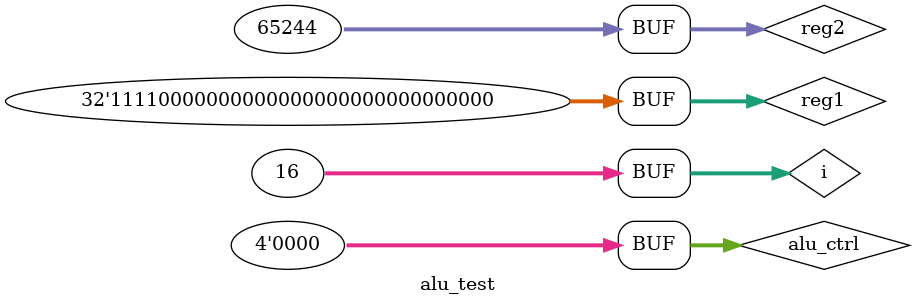
<source format=v>
`timescale 1ns / 1ps


module alu_test( );
reg [31:0] reg1,reg2;
wire [31:0] dreg;
reg [3:0] alu_ctrl;
wire zero;
integer i;

alu t1( reg1,reg2,dreg,alu_ctrl,zero);

initial 
begin
reg1 =32'hf0000000;
reg2 =32'h0000fedc;

alu_ctrl=0;
for(i=0 ;i<=15 ;i=i+1)
begin
 alu_ctrl = alu_ctrl +1'b1;
 #10;
end
$monitor ($time, " a= %h    b=%h   dreg=%h",reg1,reg2,dreg);
end
endmodule

</source>
